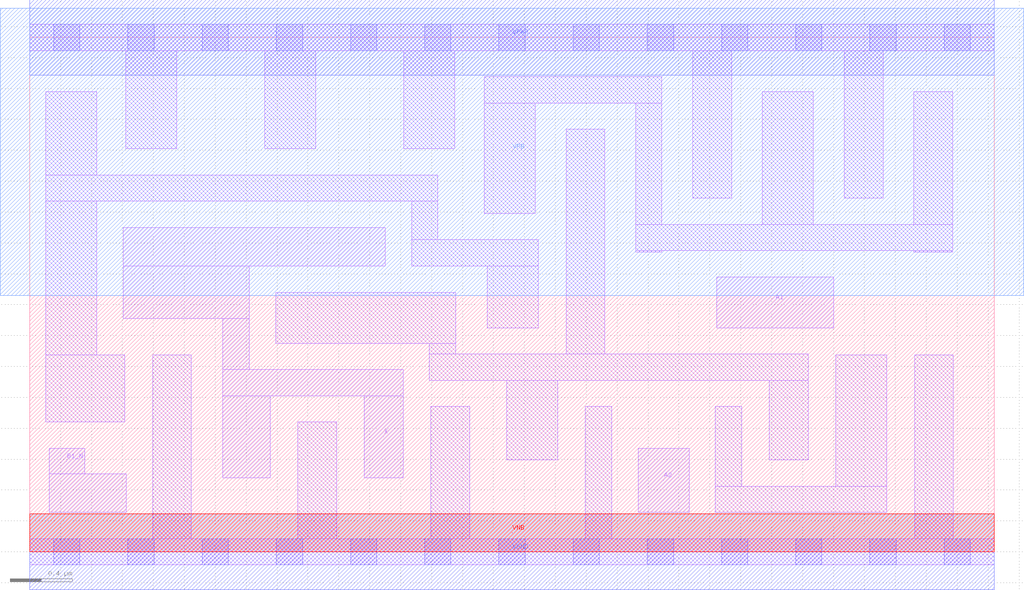
<source format=lef>
# Copyright 2020 The SkyWater PDK Authors
#
# Licensed under the Apache License, Version 2.0 (the "License");
# you may not use this file except in compliance with the License.
# You may obtain a copy of the License at
#
#     https://www.apache.org/licenses/LICENSE-2.0
#
# Unless required by applicable law or agreed to in writing, software
# distributed under the License is distributed on an "AS IS" BASIS,
# WITHOUT WARRANTIES OR CONDITIONS OF ANY KIND, either express or implied.
# See the License for the specific language governing permissions and
# limitations under the License.
#
# SPDX-License-Identifier: Apache-2.0

VERSION 5.7 ;
  NOWIREEXTENSIONATPIN ON ;
  DIVIDERCHAR "/" ;
  BUSBITCHARS "[]" ;
MACRO sky130_fd_sc_hs__a21bo_4
  CLASS CORE ;
  FOREIGN sky130_fd_sc_hs__a21bo_4 ;
  ORIGIN  0.000000  0.000000 ;
  SIZE  6.240000 BY  3.330000 ;
  SYMMETRY X Y ;
  SITE unit ;
  PIN A1
    ANTENNAGATEAREA  0.492000 ;
    DIRECTION INPUT ;
    USE SIGNAL ;
    PORT
      LAYER li1 ;
        RECT 4.445000 1.450000 5.200000 1.780000 ;
    END
  END A1
  PIN A2
    ANTENNAGATEAREA  0.492000 ;
    DIRECTION INPUT ;
    USE SIGNAL ;
    PORT
      LAYER li1 ;
        RECT 3.935000 0.255000 4.265000 0.670000 ;
    END
  END A2
  PIN B1_N
    ANTENNAGATEAREA  0.246000 ;
    DIRECTION INPUT ;
    USE SIGNAL ;
    PORT
      LAYER li1 ;
        RECT 0.125000 0.255000 0.625000 0.505000 ;
        RECT 0.125000 0.505000 0.355000 0.670000 ;
    END
  END B1_N
  PIN X
    ANTENNADIFFAREA  1.086400 ;
    DIRECTION OUTPUT ;
    USE SIGNAL ;
    PORT
      LAYER li1 ;
        RECT 0.605000 1.510000 1.420000 1.850000 ;
        RECT 0.605000 1.850000 2.300000 2.100000 ;
        RECT 1.250000 0.480000 1.555000 1.010000 ;
        RECT 1.250000 1.010000 2.415000 1.180000 ;
        RECT 1.250000 1.180000 1.420000 1.510000 ;
        RECT 2.165000 0.480000 2.415000 1.010000 ;
    END
  END X
  PIN VGND
    DIRECTION INOUT ;
    USE GROUND ;
    PORT
      LAYER met1 ;
        RECT 0.000000 -0.245000 6.240000 0.245000 ;
    END
  END VGND
  PIN VNB
    DIRECTION INOUT ;
    USE GROUND ;
    PORT
      LAYER pwell ;
        RECT 0.000000 0.000000 6.240000 0.245000 ;
    END
  END VNB
  PIN VPB
    DIRECTION INOUT ;
    USE POWER ;
    PORT
      LAYER nwell ;
        RECT -0.190000 1.660000 6.430000 3.520000 ;
    END
  END VPB
  PIN VPWR
    DIRECTION INOUT ;
    USE POWER ;
    PORT
      LAYER met1 ;
        RECT 0.000000 3.085000 6.240000 3.575000 ;
    END
  END VPWR
  OBS
    LAYER li1 ;
      RECT 0.000000 -0.085000 6.240000 0.085000 ;
      RECT 0.000000  3.245000 6.240000 3.415000 ;
      RECT 0.105000  0.840000 0.615000 1.275000 ;
      RECT 0.105000  1.275000 0.435000 2.270000 ;
      RECT 0.105000  2.270000 2.640000 2.440000 ;
      RECT 0.105000  2.440000 0.435000 2.980000 ;
      RECT 0.620000  2.610000 0.950000 3.245000 ;
      RECT 0.795000  0.085000 1.045000 1.275000 ;
      RECT 1.520000  2.610000 1.850000 3.245000 ;
      RECT 1.590000  1.350000 2.755000 1.680000 ;
      RECT 1.735000  0.085000 1.985000 0.840000 ;
      RECT 2.420000  2.610000 2.750000 3.245000 ;
      RECT 2.470000  1.850000 3.290000 2.020000 ;
      RECT 2.470000  2.020000 2.640000 2.270000 ;
      RECT 2.585000  1.110000 5.035000 1.280000 ;
      RECT 2.585000  1.280000 2.755000 1.350000 ;
      RECT 2.595000  0.085000 2.845000 0.940000 ;
      RECT 2.940000  2.190000 3.270000 2.905000 ;
      RECT 2.940000  2.905000 4.090000 3.075000 ;
      RECT 2.960000  1.450000 3.290000 1.850000 ;
      RECT 3.085000  0.595000 3.415000 1.110000 ;
      RECT 3.470000  1.280000 3.720000 2.735000 ;
      RECT 3.595000  0.085000 3.765000 0.940000 ;
      RECT 3.920000  1.940000 4.090000 1.950000 ;
      RECT 3.920000  1.950000 5.970000 2.120000 ;
      RECT 3.920000  2.120000 4.090000 2.905000 ;
      RECT 4.290000  2.290000 4.540000 3.245000 ;
      RECT 4.435000  0.255000 5.545000 0.425000 ;
      RECT 4.435000  0.425000 4.605000 0.940000 ;
      RECT 4.740000  2.120000 5.070000 2.980000 ;
      RECT 4.785000  0.595000 5.035000 1.110000 ;
      RECT 5.215000  0.425000 5.545000 1.275000 ;
      RECT 5.270000  2.290000 5.520000 3.245000 ;
      RECT 5.720000  1.940000 5.970000 1.950000 ;
      RECT 5.720000  2.120000 5.970000 2.980000 ;
      RECT 5.725000  0.085000 5.975000 1.275000 ;
    LAYER mcon ;
      RECT 0.155000 -0.085000 0.325000 0.085000 ;
      RECT 0.155000  3.245000 0.325000 3.415000 ;
      RECT 0.635000 -0.085000 0.805000 0.085000 ;
      RECT 0.635000  3.245000 0.805000 3.415000 ;
      RECT 1.115000 -0.085000 1.285000 0.085000 ;
      RECT 1.115000  3.245000 1.285000 3.415000 ;
      RECT 1.595000 -0.085000 1.765000 0.085000 ;
      RECT 1.595000  3.245000 1.765000 3.415000 ;
      RECT 2.075000 -0.085000 2.245000 0.085000 ;
      RECT 2.075000  3.245000 2.245000 3.415000 ;
      RECT 2.555000 -0.085000 2.725000 0.085000 ;
      RECT 2.555000  3.245000 2.725000 3.415000 ;
      RECT 3.035000 -0.085000 3.205000 0.085000 ;
      RECT 3.035000  3.245000 3.205000 3.415000 ;
      RECT 3.515000 -0.085000 3.685000 0.085000 ;
      RECT 3.515000  3.245000 3.685000 3.415000 ;
      RECT 3.995000 -0.085000 4.165000 0.085000 ;
      RECT 3.995000  3.245000 4.165000 3.415000 ;
      RECT 4.475000 -0.085000 4.645000 0.085000 ;
      RECT 4.475000  3.245000 4.645000 3.415000 ;
      RECT 4.955000 -0.085000 5.125000 0.085000 ;
      RECT 4.955000  3.245000 5.125000 3.415000 ;
      RECT 5.435000 -0.085000 5.605000 0.085000 ;
      RECT 5.435000  3.245000 5.605000 3.415000 ;
      RECT 5.915000 -0.085000 6.085000 0.085000 ;
      RECT 5.915000  3.245000 6.085000 3.415000 ;
  END
END sky130_fd_sc_hs__a21bo_4
END LIBRARY

</source>
